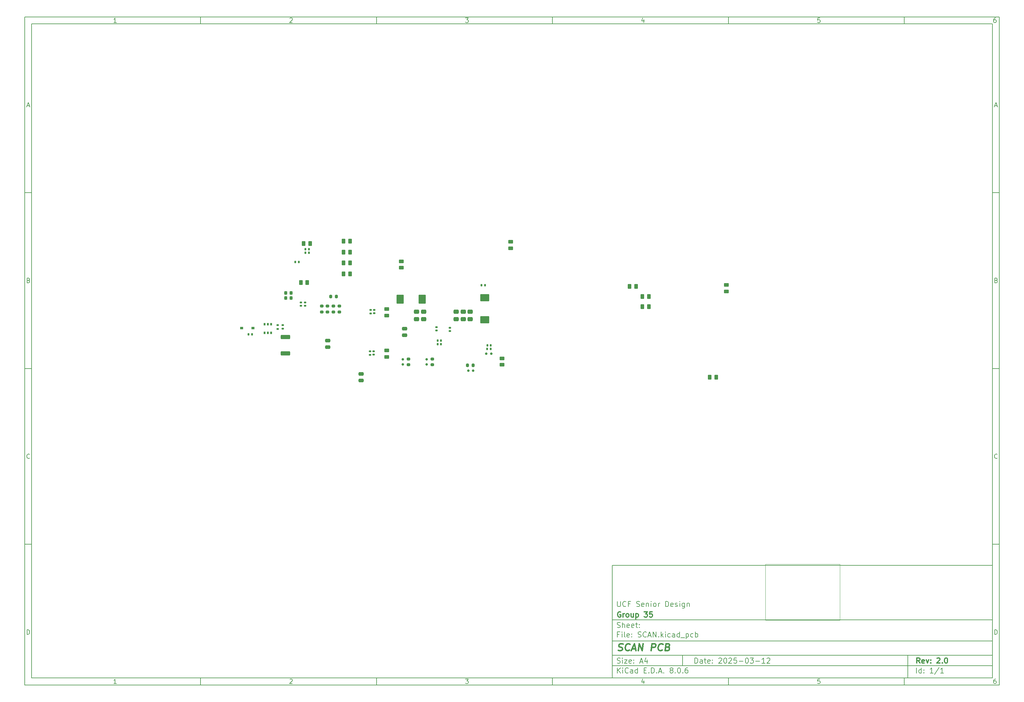
<source format=gbr>
G04 #@! TF.GenerationSoftware,KiCad,Pcbnew,8.0.6*
G04 #@! TF.CreationDate,2025-03-13T06:21:31-04:00*
G04 #@! TF.ProjectId,SCAN,5343414e-2e6b-4696-9361-645f70636258,2.0*
G04 #@! TF.SameCoordinates,Original*
G04 #@! TF.FileFunction,Paste,Bot*
G04 #@! TF.FilePolarity,Positive*
%FSLAX46Y46*%
G04 Gerber Fmt 4.6, Leading zero omitted, Abs format (unit mm)*
G04 Created by KiCad (PCBNEW 8.0.6) date 2025-03-13 06:21:31*
%MOMM*%
%LPD*%
G01*
G04 APERTURE LIST*
G04 Aperture macros list*
%AMRoundRect*
0 Rectangle with rounded corners*
0 $1 Rounding radius*
0 $2 $3 $4 $5 $6 $7 $8 $9 X,Y pos of 4 corners*
0 Add a 4 corners polygon primitive as box body*
4,1,4,$2,$3,$4,$5,$6,$7,$8,$9,$2,$3,0*
0 Add four circle primitives for the rounded corners*
1,1,$1+$1,$2,$3*
1,1,$1+$1,$4,$5*
1,1,$1+$1,$6,$7*
1,1,$1+$1,$8,$9*
0 Add four rect primitives between the rounded corners*
20,1,$1+$1,$2,$3,$4,$5,0*
20,1,$1+$1,$4,$5,$6,$7,0*
20,1,$1+$1,$6,$7,$8,$9,0*
20,1,$1+$1,$8,$9,$2,$3,0*%
G04 Aperture macros list end*
%ADD10C,0.100000*%
%ADD11C,0.150000*%
%ADD12C,0.300000*%
%ADD13C,0.400000*%
%ADD14RoundRect,0.250000X-0.262500X-0.450000X0.262500X-0.450000X0.262500X0.450000X-0.262500X0.450000X0*%
%ADD15RoundRect,0.250000X-0.450000X0.262500X-0.450000X-0.262500X0.450000X-0.262500X0.450000X0.262500X0*%
%ADD16RoundRect,0.150000X0.150000X0.200000X-0.150000X0.200000X-0.150000X-0.200000X0.150000X-0.200000X0*%
%ADD17R,0.508000X0.800100*%
%ADD18RoundRect,0.250000X0.262500X0.450000X-0.262500X0.450000X-0.262500X-0.450000X0.262500X-0.450000X0*%
%ADD19RoundRect,0.200000X0.275000X-0.200000X0.275000X0.200000X-0.275000X0.200000X-0.275000X-0.200000X0*%
%ADD20RoundRect,0.135000X0.185000X-0.135000X0.185000X0.135000X-0.185000X0.135000X-0.185000X-0.135000X0*%
%ADD21RoundRect,0.140000X0.140000X0.170000X-0.140000X0.170000X-0.140000X-0.170000X0.140000X-0.170000X0*%
%ADD22RoundRect,0.250000X0.475000X-0.337500X0.475000X0.337500X-0.475000X0.337500X-0.475000X-0.337500X0*%
%ADD23RoundRect,0.150000X-0.200000X0.150000X-0.200000X-0.150000X0.200000X-0.150000X0.200000X0.150000X0*%
%ADD24RoundRect,0.200000X-0.275000X0.200000X-0.275000X-0.200000X0.275000X-0.200000X0.275000X0.200000X0*%
%ADD25RoundRect,0.250000X-0.475000X0.250000X-0.475000X-0.250000X0.475000X-0.250000X0.475000X0.250000X0*%
%ADD26RoundRect,0.135000X-0.185000X0.135000X-0.185000X-0.135000X0.185000X-0.135000X0.185000X0.135000X0*%
%ADD27RoundRect,0.140000X-0.140000X-0.170000X0.140000X-0.170000X0.140000X0.170000X-0.140000X0.170000X0*%
%ADD28RoundRect,0.225000X-0.225000X-0.250000X0.225000X-0.250000X0.225000X0.250000X-0.225000X0.250000X0*%
%ADD29RoundRect,0.200000X-0.200000X-0.275000X0.200000X-0.275000X0.200000X0.275000X-0.200000X0.275000X0*%
%ADD30RoundRect,0.250000X1.025000X-0.787500X1.025000X0.787500X-1.025000X0.787500X-1.025000X-0.787500X0*%
%ADD31RoundRect,0.135000X0.135000X0.185000X-0.135000X0.185000X-0.135000X-0.185000X0.135000X-0.185000X0*%
%ADD32RoundRect,0.140000X-0.170000X0.140000X-0.170000X-0.140000X0.170000X-0.140000X0.170000X0.140000X0*%
%ADD33RoundRect,0.140000X0.170000X-0.140000X0.170000X0.140000X-0.170000X0.140000X-0.170000X-0.140000X0*%
%ADD34RoundRect,0.135000X-0.135000X-0.185000X0.135000X-0.185000X0.135000X0.185000X-0.135000X0.185000X0*%
%ADD35RoundRect,0.250000X-0.787500X-1.025000X0.787500X-1.025000X0.787500X1.025000X-0.787500X1.025000X0*%
%ADD36RoundRect,0.200000X0.200000X0.275000X-0.200000X0.275000X-0.200000X-0.275000X0.200000X-0.275000X0*%
%ADD37RoundRect,0.250000X0.450000X-0.262500X0.450000X0.262500X-0.450000X0.262500X-0.450000X-0.262500X0*%
%ADD38RoundRect,0.250000X1.075000X-0.362500X1.075000X0.362500X-1.075000X0.362500X-1.075000X-0.362500X0*%
%ADD39R,0.820000X0.760000*%
G04 APERTURE END LIST*
D10*
X220538867Y-165653700D02*
X220538867Y-181528700D01*
X241705533Y-181528700D01*
X241705533Y-165653700D01*
X220538867Y-165653700D01*
D11*
X177002200Y-166007200D02*
X285002200Y-166007200D01*
X285002200Y-198007200D01*
X177002200Y-198007200D01*
X177002200Y-166007200D01*
D10*
D11*
X10000000Y-10000000D02*
X287002200Y-10000000D01*
X287002200Y-200007200D01*
X10000000Y-200007200D01*
X10000000Y-10000000D01*
D10*
D11*
X12000000Y-12000000D02*
X285002200Y-12000000D01*
X285002200Y-198007200D01*
X12000000Y-198007200D01*
X12000000Y-12000000D01*
D10*
D11*
X60000000Y-12000000D02*
X60000000Y-10000000D01*
D10*
D11*
X110000000Y-12000000D02*
X110000000Y-10000000D01*
D10*
D11*
X160000000Y-12000000D02*
X160000000Y-10000000D01*
D10*
D11*
X210000000Y-12000000D02*
X210000000Y-10000000D01*
D10*
D11*
X260000000Y-12000000D02*
X260000000Y-10000000D01*
D10*
D11*
X36089160Y-11593604D02*
X35346303Y-11593604D01*
X35717731Y-11593604D02*
X35717731Y-10293604D01*
X35717731Y-10293604D02*
X35593922Y-10479319D01*
X35593922Y-10479319D02*
X35470112Y-10603128D01*
X35470112Y-10603128D02*
X35346303Y-10665033D01*
D10*
D11*
X85346303Y-10417414D02*
X85408207Y-10355509D01*
X85408207Y-10355509D02*
X85532017Y-10293604D01*
X85532017Y-10293604D02*
X85841541Y-10293604D01*
X85841541Y-10293604D02*
X85965350Y-10355509D01*
X85965350Y-10355509D02*
X86027255Y-10417414D01*
X86027255Y-10417414D02*
X86089160Y-10541223D01*
X86089160Y-10541223D02*
X86089160Y-10665033D01*
X86089160Y-10665033D02*
X86027255Y-10850747D01*
X86027255Y-10850747D02*
X85284398Y-11593604D01*
X85284398Y-11593604D02*
X86089160Y-11593604D01*
D10*
D11*
X135284398Y-10293604D02*
X136089160Y-10293604D01*
X136089160Y-10293604D02*
X135655826Y-10788842D01*
X135655826Y-10788842D02*
X135841541Y-10788842D01*
X135841541Y-10788842D02*
X135965350Y-10850747D01*
X135965350Y-10850747D02*
X136027255Y-10912652D01*
X136027255Y-10912652D02*
X136089160Y-11036461D01*
X136089160Y-11036461D02*
X136089160Y-11345985D01*
X136089160Y-11345985D02*
X136027255Y-11469795D01*
X136027255Y-11469795D02*
X135965350Y-11531700D01*
X135965350Y-11531700D02*
X135841541Y-11593604D01*
X135841541Y-11593604D02*
X135470112Y-11593604D01*
X135470112Y-11593604D02*
X135346303Y-11531700D01*
X135346303Y-11531700D02*
X135284398Y-11469795D01*
D10*
D11*
X185965350Y-10726938D02*
X185965350Y-11593604D01*
X185655826Y-10231700D02*
X185346303Y-11160271D01*
X185346303Y-11160271D02*
X186151064Y-11160271D01*
D10*
D11*
X236027255Y-10293604D02*
X235408207Y-10293604D01*
X235408207Y-10293604D02*
X235346303Y-10912652D01*
X235346303Y-10912652D02*
X235408207Y-10850747D01*
X235408207Y-10850747D02*
X235532017Y-10788842D01*
X235532017Y-10788842D02*
X235841541Y-10788842D01*
X235841541Y-10788842D02*
X235965350Y-10850747D01*
X235965350Y-10850747D02*
X236027255Y-10912652D01*
X236027255Y-10912652D02*
X236089160Y-11036461D01*
X236089160Y-11036461D02*
X236089160Y-11345985D01*
X236089160Y-11345985D02*
X236027255Y-11469795D01*
X236027255Y-11469795D02*
X235965350Y-11531700D01*
X235965350Y-11531700D02*
X235841541Y-11593604D01*
X235841541Y-11593604D02*
X235532017Y-11593604D01*
X235532017Y-11593604D02*
X235408207Y-11531700D01*
X235408207Y-11531700D02*
X235346303Y-11469795D01*
D10*
D11*
X285965350Y-10293604D02*
X285717731Y-10293604D01*
X285717731Y-10293604D02*
X285593922Y-10355509D01*
X285593922Y-10355509D02*
X285532017Y-10417414D01*
X285532017Y-10417414D02*
X285408207Y-10603128D01*
X285408207Y-10603128D02*
X285346303Y-10850747D01*
X285346303Y-10850747D02*
X285346303Y-11345985D01*
X285346303Y-11345985D02*
X285408207Y-11469795D01*
X285408207Y-11469795D02*
X285470112Y-11531700D01*
X285470112Y-11531700D02*
X285593922Y-11593604D01*
X285593922Y-11593604D02*
X285841541Y-11593604D01*
X285841541Y-11593604D02*
X285965350Y-11531700D01*
X285965350Y-11531700D02*
X286027255Y-11469795D01*
X286027255Y-11469795D02*
X286089160Y-11345985D01*
X286089160Y-11345985D02*
X286089160Y-11036461D01*
X286089160Y-11036461D02*
X286027255Y-10912652D01*
X286027255Y-10912652D02*
X285965350Y-10850747D01*
X285965350Y-10850747D02*
X285841541Y-10788842D01*
X285841541Y-10788842D02*
X285593922Y-10788842D01*
X285593922Y-10788842D02*
X285470112Y-10850747D01*
X285470112Y-10850747D02*
X285408207Y-10912652D01*
X285408207Y-10912652D02*
X285346303Y-11036461D01*
D10*
D11*
X60000000Y-198007200D02*
X60000000Y-200007200D01*
D10*
D11*
X110000000Y-198007200D02*
X110000000Y-200007200D01*
D10*
D11*
X160000000Y-198007200D02*
X160000000Y-200007200D01*
D10*
D11*
X210000000Y-198007200D02*
X210000000Y-200007200D01*
D10*
D11*
X260000000Y-198007200D02*
X260000000Y-200007200D01*
D10*
D11*
X36089160Y-199600804D02*
X35346303Y-199600804D01*
X35717731Y-199600804D02*
X35717731Y-198300804D01*
X35717731Y-198300804D02*
X35593922Y-198486519D01*
X35593922Y-198486519D02*
X35470112Y-198610328D01*
X35470112Y-198610328D02*
X35346303Y-198672233D01*
D10*
D11*
X85346303Y-198424614D02*
X85408207Y-198362709D01*
X85408207Y-198362709D02*
X85532017Y-198300804D01*
X85532017Y-198300804D02*
X85841541Y-198300804D01*
X85841541Y-198300804D02*
X85965350Y-198362709D01*
X85965350Y-198362709D02*
X86027255Y-198424614D01*
X86027255Y-198424614D02*
X86089160Y-198548423D01*
X86089160Y-198548423D02*
X86089160Y-198672233D01*
X86089160Y-198672233D02*
X86027255Y-198857947D01*
X86027255Y-198857947D02*
X85284398Y-199600804D01*
X85284398Y-199600804D02*
X86089160Y-199600804D01*
D10*
D11*
X135284398Y-198300804D02*
X136089160Y-198300804D01*
X136089160Y-198300804D02*
X135655826Y-198796042D01*
X135655826Y-198796042D02*
X135841541Y-198796042D01*
X135841541Y-198796042D02*
X135965350Y-198857947D01*
X135965350Y-198857947D02*
X136027255Y-198919852D01*
X136027255Y-198919852D02*
X136089160Y-199043661D01*
X136089160Y-199043661D02*
X136089160Y-199353185D01*
X136089160Y-199353185D02*
X136027255Y-199476995D01*
X136027255Y-199476995D02*
X135965350Y-199538900D01*
X135965350Y-199538900D02*
X135841541Y-199600804D01*
X135841541Y-199600804D02*
X135470112Y-199600804D01*
X135470112Y-199600804D02*
X135346303Y-199538900D01*
X135346303Y-199538900D02*
X135284398Y-199476995D01*
D10*
D11*
X185965350Y-198734138D02*
X185965350Y-199600804D01*
X185655826Y-198238900D02*
X185346303Y-199167471D01*
X185346303Y-199167471D02*
X186151064Y-199167471D01*
D10*
D11*
X236027255Y-198300804D02*
X235408207Y-198300804D01*
X235408207Y-198300804D02*
X235346303Y-198919852D01*
X235346303Y-198919852D02*
X235408207Y-198857947D01*
X235408207Y-198857947D02*
X235532017Y-198796042D01*
X235532017Y-198796042D02*
X235841541Y-198796042D01*
X235841541Y-198796042D02*
X235965350Y-198857947D01*
X235965350Y-198857947D02*
X236027255Y-198919852D01*
X236027255Y-198919852D02*
X236089160Y-199043661D01*
X236089160Y-199043661D02*
X236089160Y-199353185D01*
X236089160Y-199353185D02*
X236027255Y-199476995D01*
X236027255Y-199476995D02*
X235965350Y-199538900D01*
X235965350Y-199538900D02*
X235841541Y-199600804D01*
X235841541Y-199600804D02*
X235532017Y-199600804D01*
X235532017Y-199600804D02*
X235408207Y-199538900D01*
X235408207Y-199538900D02*
X235346303Y-199476995D01*
D10*
D11*
X285965350Y-198300804D02*
X285717731Y-198300804D01*
X285717731Y-198300804D02*
X285593922Y-198362709D01*
X285593922Y-198362709D02*
X285532017Y-198424614D01*
X285532017Y-198424614D02*
X285408207Y-198610328D01*
X285408207Y-198610328D02*
X285346303Y-198857947D01*
X285346303Y-198857947D02*
X285346303Y-199353185D01*
X285346303Y-199353185D02*
X285408207Y-199476995D01*
X285408207Y-199476995D02*
X285470112Y-199538900D01*
X285470112Y-199538900D02*
X285593922Y-199600804D01*
X285593922Y-199600804D02*
X285841541Y-199600804D01*
X285841541Y-199600804D02*
X285965350Y-199538900D01*
X285965350Y-199538900D02*
X286027255Y-199476995D01*
X286027255Y-199476995D02*
X286089160Y-199353185D01*
X286089160Y-199353185D02*
X286089160Y-199043661D01*
X286089160Y-199043661D02*
X286027255Y-198919852D01*
X286027255Y-198919852D02*
X285965350Y-198857947D01*
X285965350Y-198857947D02*
X285841541Y-198796042D01*
X285841541Y-198796042D02*
X285593922Y-198796042D01*
X285593922Y-198796042D02*
X285470112Y-198857947D01*
X285470112Y-198857947D02*
X285408207Y-198919852D01*
X285408207Y-198919852D02*
X285346303Y-199043661D01*
D10*
D11*
X10000000Y-60000000D02*
X12000000Y-60000000D01*
D10*
D11*
X10000000Y-110000000D02*
X12000000Y-110000000D01*
D10*
D11*
X10000000Y-160000000D02*
X12000000Y-160000000D01*
D10*
D11*
X10690476Y-35222176D02*
X11309523Y-35222176D01*
X10566666Y-35593604D02*
X10999999Y-34293604D01*
X10999999Y-34293604D02*
X11433333Y-35593604D01*
D10*
D11*
X11092857Y-84912652D02*
X11278571Y-84974557D01*
X11278571Y-84974557D02*
X11340476Y-85036461D01*
X11340476Y-85036461D02*
X11402380Y-85160271D01*
X11402380Y-85160271D02*
X11402380Y-85345985D01*
X11402380Y-85345985D02*
X11340476Y-85469795D01*
X11340476Y-85469795D02*
X11278571Y-85531700D01*
X11278571Y-85531700D02*
X11154761Y-85593604D01*
X11154761Y-85593604D02*
X10659523Y-85593604D01*
X10659523Y-85593604D02*
X10659523Y-84293604D01*
X10659523Y-84293604D02*
X11092857Y-84293604D01*
X11092857Y-84293604D02*
X11216666Y-84355509D01*
X11216666Y-84355509D02*
X11278571Y-84417414D01*
X11278571Y-84417414D02*
X11340476Y-84541223D01*
X11340476Y-84541223D02*
X11340476Y-84665033D01*
X11340476Y-84665033D02*
X11278571Y-84788842D01*
X11278571Y-84788842D02*
X11216666Y-84850747D01*
X11216666Y-84850747D02*
X11092857Y-84912652D01*
X11092857Y-84912652D02*
X10659523Y-84912652D01*
D10*
D11*
X11402380Y-135469795D02*
X11340476Y-135531700D01*
X11340476Y-135531700D02*
X11154761Y-135593604D01*
X11154761Y-135593604D02*
X11030952Y-135593604D01*
X11030952Y-135593604D02*
X10845238Y-135531700D01*
X10845238Y-135531700D02*
X10721428Y-135407890D01*
X10721428Y-135407890D02*
X10659523Y-135284080D01*
X10659523Y-135284080D02*
X10597619Y-135036461D01*
X10597619Y-135036461D02*
X10597619Y-134850747D01*
X10597619Y-134850747D02*
X10659523Y-134603128D01*
X10659523Y-134603128D02*
X10721428Y-134479319D01*
X10721428Y-134479319D02*
X10845238Y-134355509D01*
X10845238Y-134355509D02*
X11030952Y-134293604D01*
X11030952Y-134293604D02*
X11154761Y-134293604D01*
X11154761Y-134293604D02*
X11340476Y-134355509D01*
X11340476Y-134355509D02*
X11402380Y-134417414D01*
D10*
D11*
X10659523Y-185593604D02*
X10659523Y-184293604D01*
X10659523Y-184293604D02*
X10969047Y-184293604D01*
X10969047Y-184293604D02*
X11154761Y-184355509D01*
X11154761Y-184355509D02*
X11278571Y-184479319D01*
X11278571Y-184479319D02*
X11340476Y-184603128D01*
X11340476Y-184603128D02*
X11402380Y-184850747D01*
X11402380Y-184850747D02*
X11402380Y-185036461D01*
X11402380Y-185036461D02*
X11340476Y-185284080D01*
X11340476Y-185284080D02*
X11278571Y-185407890D01*
X11278571Y-185407890D02*
X11154761Y-185531700D01*
X11154761Y-185531700D02*
X10969047Y-185593604D01*
X10969047Y-185593604D02*
X10659523Y-185593604D01*
D10*
D11*
X287002200Y-60000000D02*
X285002200Y-60000000D01*
D10*
D11*
X287002200Y-110000000D02*
X285002200Y-110000000D01*
D10*
D11*
X287002200Y-160000000D02*
X285002200Y-160000000D01*
D10*
D11*
X285692676Y-35222176D02*
X286311723Y-35222176D01*
X285568866Y-35593604D02*
X286002199Y-34293604D01*
X286002199Y-34293604D02*
X286435533Y-35593604D01*
D10*
D11*
X286095057Y-84912652D02*
X286280771Y-84974557D01*
X286280771Y-84974557D02*
X286342676Y-85036461D01*
X286342676Y-85036461D02*
X286404580Y-85160271D01*
X286404580Y-85160271D02*
X286404580Y-85345985D01*
X286404580Y-85345985D02*
X286342676Y-85469795D01*
X286342676Y-85469795D02*
X286280771Y-85531700D01*
X286280771Y-85531700D02*
X286156961Y-85593604D01*
X286156961Y-85593604D02*
X285661723Y-85593604D01*
X285661723Y-85593604D02*
X285661723Y-84293604D01*
X285661723Y-84293604D02*
X286095057Y-84293604D01*
X286095057Y-84293604D02*
X286218866Y-84355509D01*
X286218866Y-84355509D02*
X286280771Y-84417414D01*
X286280771Y-84417414D02*
X286342676Y-84541223D01*
X286342676Y-84541223D02*
X286342676Y-84665033D01*
X286342676Y-84665033D02*
X286280771Y-84788842D01*
X286280771Y-84788842D02*
X286218866Y-84850747D01*
X286218866Y-84850747D02*
X286095057Y-84912652D01*
X286095057Y-84912652D02*
X285661723Y-84912652D01*
D10*
D11*
X286404580Y-135469795D02*
X286342676Y-135531700D01*
X286342676Y-135531700D02*
X286156961Y-135593604D01*
X286156961Y-135593604D02*
X286033152Y-135593604D01*
X286033152Y-135593604D02*
X285847438Y-135531700D01*
X285847438Y-135531700D02*
X285723628Y-135407890D01*
X285723628Y-135407890D02*
X285661723Y-135284080D01*
X285661723Y-135284080D02*
X285599819Y-135036461D01*
X285599819Y-135036461D02*
X285599819Y-134850747D01*
X285599819Y-134850747D02*
X285661723Y-134603128D01*
X285661723Y-134603128D02*
X285723628Y-134479319D01*
X285723628Y-134479319D02*
X285847438Y-134355509D01*
X285847438Y-134355509D02*
X286033152Y-134293604D01*
X286033152Y-134293604D02*
X286156961Y-134293604D01*
X286156961Y-134293604D02*
X286342676Y-134355509D01*
X286342676Y-134355509D02*
X286404580Y-134417414D01*
D10*
D11*
X285661723Y-185593604D02*
X285661723Y-184293604D01*
X285661723Y-184293604D02*
X285971247Y-184293604D01*
X285971247Y-184293604D02*
X286156961Y-184355509D01*
X286156961Y-184355509D02*
X286280771Y-184479319D01*
X286280771Y-184479319D02*
X286342676Y-184603128D01*
X286342676Y-184603128D02*
X286404580Y-184850747D01*
X286404580Y-184850747D02*
X286404580Y-185036461D01*
X286404580Y-185036461D02*
X286342676Y-185284080D01*
X286342676Y-185284080D02*
X286280771Y-185407890D01*
X286280771Y-185407890D02*
X286156961Y-185531700D01*
X286156961Y-185531700D02*
X285971247Y-185593604D01*
X285971247Y-185593604D02*
X285661723Y-185593604D01*
D10*
D11*
X200458026Y-193793328D02*
X200458026Y-192293328D01*
X200458026Y-192293328D02*
X200815169Y-192293328D01*
X200815169Y-192293328D02*
X201029455Y-192364757D01*
X201029455Y-192364757D02*
X201172312Y-192507614D01*
X201172312Y-192507614D02*
X201243741Y-192650471D01*
X201243741Y-192650471D02*
X201315169Y-192936185D01*
X201315169Y-192936185D02*
X201315169Y-193150471D01*
X201315169Y-193150471D02*
X201243741Y-193436185D01*
X201243741Y-193436185D02*
X201172312Y-193579042D01*
X201172312Y-193579042D02*
X201029455Y-193721900D01*
X201029455Y-193721900D02*
X200815169Y-193793328D01*
X200815169Y-193793328D02*
X200458026Y-193793328D01*
X202600884Y-193793328D02*
X202600884Y-193007614D01*
X202600884Y-193007614D02*
X202529455Y-192864757D01*
X202529455Y-192864757D02*
X202386598Y-192793328D01*
X202386598Y-192793328D02*
X202100884Y-192793328D01*
X202100884Y-192793328D02*
X201958026Y-192864757D01*
X202600884Y-193721900D02*
X202458026Y-193793328D01*
X202458026Y-193793328D02*
X202100884Y-193793328D01*
X202100884Y-193793328D02*
X201958026Y-193721900D01*
X201958026Y-193721900D02*
X201886598Y-193579042D01*
X201886598Y-193579042D02*
X201886598Y-193436185D01*
X201886598Y-193436185D02*
X201958026Y-193293328D01*
X201958026Y-193293328D02*
X202100884Y-193221900D01*
X202100884Y-193221900D02*
X202458026Y-193221900D01*
X202458026Y-193221900D02*
X202600884Y-193150471D01*
X203100884Y-192793328D02*
X203672312Y-192793328D01*
X203315169Y-192293328D02*
X203315169Y-193579042D01*
X203315169Y-193579042D02*
X203386598Y-193721900D01*
X203386598Y-193721900D02*
X203529455Y-193793328D01*
X203529455Y-193793328D02*
X203672312Y-193793328D01*
X204743741Y-193721900D02*
X204600884Y-193793328D01*
X204600884Y-193793328D02*
X204315170Y-193793328D01*
X204315170Y-193793328D02*
X204172312Y-193721900D01*
X204172312Y-193721900D02*
X204100884Y-193579042D01*
X204100884Y-193579042D02*
X204100884Y-193007614D01*
X204100884Y-193007614D02*
X204172312Y-192864757D01*
X204172312Y-192864757D02*
X204315170Y-192793328D01*
X204315170Y-192793328D02*
X204600884Y-192793328D01*
X204600884Y-192793328D02*
X204743741Y-192864757D01*
X204743741Y-192864757D02*
X204815170Y-193007614D01*
X204815170Y-193007614D02*
X204815170Y-193150471D01*
X204815170Y-193150471D02*
X204100884Y-193293328D01*
X205458026Y-193650471D02*
X205529455Y-193721900D01*
X205529455Y-193721900D02*
X205458026Y-193793328D01*
X205458026Y-193793328D02*
X205386598Y-193721900D01*
X205386598Y-193721900D02*
X205458026Y-193650471D01*
X205458026Y-193650471D02*
X205458026Y-193793328D01*
X205458026Y-192864757D02*
X205529455Y-192936185D01*
X205529455Y-192936185D02*
X205458026Y-193007614D01*
X205458026Y-193007614D02*
X205386598Y-192936185D01*
X205386598Y-192936185D02*
X205458026Y-192864757D01*
X205458026Y-192864757D02*
X205458026Y-193007614D01*
X207243741Y-192436185D02*
X207315169Y-192364757D01*
X207315169Y-192364757D02*
X207458027Y-192293328D01*
X207458027Y-192293328D02*
X207815169Y-192293328D01*
X207815169Y-192293328D02*
X207958027Y-192364757D01*
X207958027Y-192364757D02*
X208029455Y-192436185D01*
X208029455Y-192436185D02*
X208100884Y-192579042D01*
X208100884Y-192579042D02*
X208100884Y-192721900D01*
X208100884Y-192721900D02*
X208029455Y-192936185D01*
X208029455Y-192936185D02*
X207172312Y-193793328D01*
X207172312Y-193793328D02*
X208100884Y-193793328D01*
X209029455Y-192293328D02*
X209172312Y-192293328D01*
X209172312Y-192293328D02*
X209315169Y-192364757D01*
X209315169Y-192364757D02*
X209386598Y-192436185D01*
X209386598Y-192436185D02*
X209458026Y-192579042D01*
X209458026Y-192579042D02*
X209529455Y-192864757D01*
X209529455Y-192864757D02*
X209529455Y-193221900D01*
X209529455Y-193221900D02*
X209458026Y-193507614D01*
X209458026Y-193507614D02*
X209386598Y-193650471D01*
X209386598Y-193650471D02*
X209315169Y-193721900D01*
X209315169Y-193721900D02*
X209172312Y-193793328D01*
X209172312Y-193793328D02*
X209029455Y-193793328D01*
X209029455Y-193793328D02*
X208886598Y-193721900D01*
X208886598Y-193721900D02*
X208815169Y-193650471D01*
X208815169Y-193650471D02*
X208743740Y-193507614D01*
X208743740Y-193507614D02*
X208672312Y-193221900D01*
X208672312Y-193221900D02*
X208672312Y-192864757D01*
X208672312Y-192864757D02*
X208743740Y-192579042D01*
X208743740Y-192579042D02*
X208815169Y-192436185D01*
X208815169Y-192436185D02*
X208886598Y-192364757D01*
X208886598Y-192364757D02*
X209029455Y-192293328D01*
X210100883Y-192436185D02*
X210172311Y-192364757D01*
X210172311Y-192364757D02*
X210315169Y-192293328D01*
X210315169Y-192293328D02*
X210672311Y-192293328D01*
X210672311Y-192293328D02*
X210815169Y-192364757D01*
X210815169Y-192364757D02*
X210886597Y-192436185D01*
X210886597Y-192436185D02*
X210958026Y-192579042D01*
X210958026Y-192579042D02*
X210958026Y-192721900D01*
X210958026Y-192721900D02*
X210886597Y-192936185D01*
X210886597Y-192936185D02*
X210029454Y-193793328D01*
X210029454Y-193793328D02*
X210958026Y-193793328D01*
X212315168Y-192293328D02*
X211600882Y-192293328D01*
X211600882Y-192293328D02*
X211529454Y-193007614D01*
X211529454Y-193007614D02*
X211600882Y-192936185D01*
X211600882Y-192936185D02*
X211743740Y-192864757D01*
X211743740Y-192864757D02*
X212100882Y-192864757D01*
X212100882Y-192864757D02*
X212243740Y-192936185D01*
X212243740Y-192936185D02*
X212315168Y-193007614D01*
X212315168Y-193007614D02*
X212386597Y-193150471D01*
X212386597Y-193150471D02*
X212386597Y-193507614D01*
X212386597Y-193507614D02*
X212315168Y-193650471D01*
X212315168Y-193650471D02*
X212243740Y-193721900D01*
X212243740Y-193721900D02*
X212100882Y-193793328D01*
X212100882Y-193793328D02*
X211743740Y-193793328D01*
X211743740Y-193793328D02*
X211600882Y-193721900D01*
X211600882Y-193721900D02*
X211529454Y-193650471D01*
X213029453Y-193221900D02*
X214172311Y-193221900D01*
X215172311Y-192293328D02*
X215315168Y-192293328D01*
X215315168Y-192293328D02*
X215458025Y-192364757D01*
X215458025Y-192364757D02*
X215529454Y-192436185D01*
X215529454Y-192436185D02*
X215600882Y-192579042D01*
X215600882Y-192579042D02*
X215672311Y-192864757D01*
X215672311Y-192864757D02*
X215672311Y-193221900D01*
X215672311Y-193221900D02*
X215600882Y-193507614D01*
X215600882Y-193507614D02*
X215529454Y-193650471D01*
X215529454Y-193650471D02*
X215458025Y-193721900D01*
X215458025Y-193721900D02*
X215315168Y-193793328D01*
X215315168Y-193793328D02*
X215172311Y-193793328D01*
X215172311Y-193793328D02*
X215029454Y-193721900D01*
X215029454Y-193721900D02*
X214958025Y-193650471D01*
X214958025Y-193650471D02*
X214886596Y-193507614D01*
X214886596Y-193507614D02*
X214815168Y-193221900D01*
X214815168Y-193221900D02*
X214815168Y-192864757D01*
X214815168Y-192864757D02*
X214886596Y-192579042D01*
X214886596Y-192579042D02*
X214958025Y-192436185D01*
X214958025Y-192436185D02*
X215029454Y-192364757D01*
X215029454Y-192364757D02*
X215172311Y-192293328D01*
X216172310Y-192293328D02*
X217100882Y-192293328D01*
X217100882Y-192293328D02*
X216600882Y-192864757D01*
X216600882Y-192864757D02*
X216815167Y-192864757D01*
X216815167Y-192864757D02*
X216958025Y-192936185D01*
X216958025Y-192936185D02*
X217029453Y-193007614D01*
X217029453Y-193007614D02*
X217100882Y-193150471D01*
X217100882Y-193150471D02*
X217100882Y-193507614D01*
X217100882Y-193507614D02*
X217029453Y-193650471D01*
X217029453Y-193650471D02*
X216958025Y-193721900D01*
X216958025Y-193721900D02*
X216815167Y-193793328D01*
X216815167Y-193793328D02*
X216386596Y-193793328D01*
X216386596Y-193793328D02*
X216243739Y-193721900D01*
X216243739Y-193721900D02*
X216172310Y-193650471D01*
X217743738Y-193221900D02*
X218886596Y-193221900D01*
X220386596Y-193793328D02*
X219529453Y-193793328D01*
X219958024Y-193793328D02*
X219958024Y-192293328D01*
X219958024Y-192293328D02*
X219815167Y-192507614D01*
X219815167Y-192507614D02*
X219672310Y-192650471D01*
X219672310Y-192650471D02*
X219529453Y-192721900D01*
X220958024Y-192436185D02*
X221029452Y-192364757D01*
X221029452Y-192364757D02*
X221172310Y-192293328D01*
X221172310Y-192293328D02*
X221529452Y-192293328D01*
X221529452Y-192293328D02*
X221672310Y-192364757D01*
X221672310Y-192364757D02*
X221743738Y-192436185D01*
X221743738Y-192436185D02*
X221815167Y-192579042D01*
X221815167Y-192579042D02*
X221815167Y-192721900D01*
X221815167Y-192721900D02*
X221743738Y-192936185D01*
X221743738Y-192936185D02*
X220886595Y-193793328D01*
X220886595Y-193793328D02*
X221815167Y-193793328D01*
D10*
D11*
X177002200Y-194507200D02*
X285002200Y-194507200D01*
D10*
D11*
X178458026Y-196593328D02*
X178458026Y-195093328D01*
X179315169Y-196593328D02*
X178672312Y-195736185D01*
X179315169Y-195093328D02*
X178458026Y-195950471D01*
X179958026Y-196593328D02*
X179958026Y-195593328D01*
X179958026Y-195093328D02*
X179886598Y-195164757D01*
X179886598Y-195164757D02*
X179958026Y-195236185D01*
X179958026Y-195236185D02*
X180029455Y-195164757D01*
X180029455Y-195164757D02*
X179958026Y-195093328D01*
X179958026Y-195093328D02*
X179958026Y-195236185D01*
X181529455Y-196450471D02*
X181458027Y-196521900D01*
X181458027Y-196521900D02*
X181243741Y-196593328D01*
X181243741Y-196593328D02*
X181100884Y-196593328D01*
X181100884Y-196593328D02*
X180886598Y-196521900D01*
X180886598Y-196521900D02*
X180743741Y-196379042D01*
X180743741Y-196379042D02*
X180672312Y-196236185D01*
X180672312Y-196236185D02*
X180600884Y-195950471D01*
X180600884Y-195950471D02*
X180600884Y-195736185D01*
X180600884Y-195736185D02*
X180672312Y-195450471D01*
X180672312Y-195450471D02*
X180743741Y-195307614D01*
X180743741Y-195307614D02*
X180886598Y-195164757D01*
X180886598Y-195164757D02*
X181100884Y-195093328D01*
X181100884Y-195093328D02*
X181243741Y-195093328D01*
X181243741Y-195093328D02*
X181458027Y-195164757D01*
X181458027Y-195164757D02*
X181529455Y-195236185D01*
X182815170Y-196593328D02*
X182815170Y-195807614D01*
X182815170Y-195807614D02*
X182743741Y-195664757D01*
X182743741Y-195664757D02*
X182600884Y-195593328D01*
X182600884Y-195593328D02*
X182315170Y-195593328D01*
X182315170Y-195593328D02*
X182172312Y-195664757D01*
X182815170Y-196521900D02*
X182672312Y-196593328D01*
X182672312Y-196593328D02*
X182315170Y-196593328D01*
X182315170Y-196593328D02*
X182172312Y-196521900D01*
X182172312Y-196521900D02*
X182100884Y-196379042D01*
X182100884Y-196379042D02*
X182100884Y-196236185D01*
X182100884Y-196236185D02*
X182172312Y-196093328D01*
X182172312Y-196093328D02*
X182315170Y-196021900D01*
X182315170Y-196021900D02*
X182672312Y-196021900D01*
X182672312Y-196021900D02*
X182815170Y-195950471D01*
X184172313Y-196593328D02*
X184172313Y-195093328D01*
X184172313Y-196521900D02*
X184029455Y-196593328D01*
X184029455Y-196593328D02*
X183743741Y-196593328D01*
X183743741Y-196593328D02*
X183600884Y-196521900D01*
X183600884Y-196521900D02*
X183529455Y-196450471D01*
X183529455Y-196450471D02*
X183458027Y-196307614D01*
X183458027Y-196307614D02*
X183458027Y-195879042D01*
X183458027Y-195879042D02*
X183529455Y-195736185D01*
X183529455Y-195736185D02*
X183600884Y-195664757D01*
X183600884Y-195664757D02*
X183743741Y-195593328D01*
X183743741Y-195593328D02*
X184029455Y-195593328D01*
X184029455Y-195593328D02*
X184172313Y-195664757D01*
X186029455Y-195807614D02*
X186529455Y-195807614D01*
X186743741Y-196593328D02*
X186029455Y-196593328D01*
X186029455Y-196593328D02*
X186029455Y-195093328D01*
X186029455Y-195093328D02*
X186743741Y-195093328D01*
X187386598Y-196450471D02*
X187458027Y-196521900D01*
X187458027Y-196521900D02*
X187386598Y-196593328D01*
X187386598Y-196593328D02*
X187315170Y-196521900D01*
X187315170Y-196521900D02*
X187386598Y-196450471D01*
X187386598Y-196450471D02*
X187386598Y-196593328D01*
X188100884Y-196593328D02*
X188100884Y-195093328D01*
X188100884Y-195093328D02*
X188458027Y-195093328D01*
X188458027Y-195093328D02*
X188672313Y-195164757D01*
X188672313Y-195164757D02*
X188815170Y-195307614D01*
X188815170Y-195307614D02*
X188886599Y-195450471D01*
X188886599Y-195450471D02*
X188958027Y-195736185D01*
X188958027Y-195736185D02*
X188958027Y-195950471D01*
X188958027Y-195950471D02*
X188886599Y-196236185D01*
X188886599Y-196236185D02*
X188815170Y-196379042D01*
X188815170Y-196379042D02*
X188672313Y-196521900D01*
X188672313Y-196521900D02*
X188458027Y-196593328D01*
X188458027Y-196593328D02*
X188100884Y-196593328D01*
X189600884Y-196450471D02*
X189672313Y-196521900D01*
X189672313Y-196521900D02*
X189600884Y-196593328D01*
X189600884Y-196593328D02*
X189529456Y-196521900D01*
X189529456Y-196521900D02*
X189600884Y-196450471D01*
X189600884Y-196450471D02*
X189600884Y-196593328D01*
X190243742Y-196164757D02*
X190958028Y-196164757D01*
X190100885Y-196593328D02*
X190600885Y-195093328D01*
X190600885Y-195093328D02*
X191100885Y-196593328D01*
X191600884Y-196450471D02*
X191672313Y-196521900D01*
X191672313Y-196521900D02*
X191600884Y-196593328D01*
X191600884Y-196593328D02*
X191529456Y-196521900D01*
X191529456Y-196521900D02*
X191600884Y-196450471D01*
X191600884Y-196450471D02*
X191600884Y-196593328D01*
X193672313Y-195736185D02*
X193529456Y-195664757D01*
X193529456Y-195664757D02*
X193458027Y-195593328D01*
X193458027Y-195593328D02*
X193386599Y-195450471D01*
X193386599Y-195450471D02*
X193386599Y-195379042D01*
X193386599Y-195379042D02*
X193458027Y-195236185D01*
X193458027Y-195236185D02*
X193529456Y-195164757D01*
X193529456Y-195164757D02*
X193672313Y-195093328D01*
X193672313Y-195093328D02*
X193958027Y-195093328D01*
X193958027Y-195093328D02*
X194100885Y-195164757D01*
X194100885Y-195164757D02*
X194172313Y-195236185D01*
X194172313Y-195236185D02*
X194243742Y-195379042D01*
X194243742Y-195379042D02*
X194243742Y-195450471D01*
X194243742Y-195450471D02*
X194172313Y-195593328D01*
X194172313Y-195593328D02*
X194100885Y-195664757D01*
X194100885Y-195664757D02*
X193958027Y-195736185D01*
X193958027Y-195736185D02*
X193672313Y-195736185D01*
X193672313Y-195736185D02*
X193529456Y-195807614D01*
X193529456Y-195807614D02*
X193458027Y-195879042D01*
X193458027Y-195879042D02*
X193386599Y-196021900D01*
X193386599Y-196021900D02*
X193386599Y-196307614D01*
X193386599Y-196307614D02*
X193458027Y-196450471D01*
X193458027Y-196450471D02*
X193529456Y-196521900D01*
X193529456Y-196521900D02*
X193672313Y-196593328D01*
X193672313Y-196593328D02*
X193958027Y-196593328D01*
X193958027Y-196593328D02*
X194100885Y-196521900D01*
X194100885Y-196521900D02*
X194172313Y-196450471D01*
X194172313Y-196450471D02*
X194243742Y-196307614D01*
X194243742Y-196307614D02*
X194243742Y-196021900D01*
X194243742Y-196021900D02*
X194172313Y-195879042D01*
X194172313Y-195879042D02*
X194100885Y-195807614D01*
X194100885Y-195807614D02*
X193958027Y-195736185D01*
X194886598Y-196450471D02*
X194958027Y-196521900D01*
X194958027Y-196521900D02*
X194886598Y-196593328D01*
X194886598Y-196593328D02*
X194815170Y-196521900D01*
X194815170Y-196521900D02*
X194886598Y-196450471D01*
X194886598Y-196450471D02*
X194886598Y-196593328D01*
X195886599Y-195093328D02*
X196029456Y-195093328D01*
X196029456Y-195093328D02*
X196172313Y-195164757D01*
X196172313Y-195164757D02*
X196243742Y-195236185D01*
X196243742Y-195236185D02*
X196315170Y-195379042D01*
X196315170Y-195379042D02*
X196386599Y-195664757D01*
X196386599Y-195664757D02*
X196386599Y-196021900D01*
X196386599Y-196021900D02*
X196315170Y-196307614D01*
X196315170Y-196307614D02*
X196243742Y-196450471D01*
X196243742Y-196450471D02*
X196172313Y-196521900D01*
X196172313Y-196521900D02*
X196029456Y-196593328D01*
X196029456Y-196593328D02*
X195886599Y-196593328D01*
X195886599Y-196593328D02*
X195743742Y-196521900D01*
X195743742Y-196521900D02*
X195672313Y-196450471D01*
X195672313Y-196450471D02*
X195600884Y-196307614D01*
X195600884Y-196307614D02*
X195529456Y-196021900D01*
X195529456Y-196021900D02*
X195529456Y-195664757D01*
X195529456Y-195664757D02*
X195600884Y-195379042D01*
X195600884Y-195379042D02*
X195672313Y-195236185D01*
X195672313Y-195236185D02*
X195743742Y-195164757D01*
X195743742Y-195164757D02*
X195886599Y-195093328D01*
X197029455Y-196450471D02*
X197100884Y-196521900D01*
X197100884Y-196521900D02*
X197029455Y-196593328D01*
X197029455Y-196593328D02*
X196958027Y-196521900D01*
X196958027Y-196521900D02*
X197029455Y-196450471D01*
X197029455Y-196450471D02*
X197029455Y-196593328D01*
X198386599Y-195093328D02*
X198100884Y-195093328D01*
X198100884Y-195093328D02*
X197958027Y-195164757D01*
X197958027Y-195164757D02*
X197886599Y-195236185D01*
X197886599Y-195236185D02*
X197743741Y-195450471D01*
X197743741Y-195450471D02*
X197672313Y-195736185D01*
X197672313Y-195736185D02*
X197672313Y-196307614D01*
X197672313Y-196307614D02*
X197743741Y-196450471D01*
X197743741Y-196450471D02*
X197815170Y-196521900D01*
X197815170Y-196521900D02*
X197958027Y-196593328D01*
X197958027Y-196593328D02*
X198243741Y-196593328D01*
X198243741Y-196593328D02*
X198386599Y-196521900D01*
X198386599Y-196521900D02*
X198458027Y-196450471D01*
X198458027Y-196450471D02*
X198529456Y-196307614D01*
X198529456Y-196307614D02*
X198529456Y-195950471D01*
X198529456Y-195950471D02*
X198458027Y-195807614D01*
X198458027Y-195807614D02*
X198386599Y-195736185D01*
X198386599Y-195736185D02*
X198243741Y-195664757D01*
X198243741Y-195664757D02*
X197958027Y-195664757D01*
X197958027Y-195664757D02*
X197815170Y-195736185D01*
X197815170Y-195736185D02*
X197743741Y-195807614D01*
X197743741Y-195807614D02*
X197672313Y-195950471D01*
D10*
D11*
X177002200Y-191507200D02*
X285002200Y-191507200D01*
D10*
D12*
X264413853Y-193785528D02*
X263913853Y-193071242D01*
X263556710Y-193785528D02*
X263556710Y-192285528D01*
X263556710Y-192285528D02*
X264128139Y-192285528D01*
X264128139Y-192285528D02*
X264270996Y-192356957D01*
X264270996Y-192356957D02*
X264342425Y-192428385D01*
X264342425Y-192428385D02*
X264413853Y-192571242D01*
X264413853Y-192571242D02*
X264413853Y-192785528D01*
X264413853Y-192785528D02*
X264342425Y-192928385D01*
X264342425Y-192928385D02*
X264270996Y-192999814D01*
X264270996Y-192999814D02*
X264128139Y-193071242D01*
X264128139Y-193071242D02*
X263556710Y-193071242D01*
X265628139Y-193714100D02*
X265485282Y-193785528D01*
X265485282Y-193785528D02*
X265199568Y-193785528D01*
X265199568Y-193785528D02*
X265056710Y-193714100D01*
X265056710Y-193714100D02*
X264985282Y-193571242D01*
X264985282Y-193571242D02*
X264985282Y-192999814D01*
X264985282Y-192999814D02*
X265056710Y-192856957D01*
X265056710Y-192856957D02*
X265199568Y-192785528D01*
X265199568Y-192785528D02*
X265485282Y-192785528D01*
X265485282Y-192785528D02*
X265628139Y-192856957D01*
X265628139Y-192856957D02*
X265699568Y-192999814D01*
X265699568Y-192999814D02*
X265699568Y-193142671D01*
X265699568Y-193142671D02*
X264985282Y-193285528D01*
X266199567Y-192785528D02*
X266556710Y-193785528D01*
X266556710Y-193785528D02*
X266913853Y-192785528D01*
X267485281Y-193642671D02*
X267556710Y-193714100D01*
X267556710Y-193714100D02*
X267485281Y-193785528D01*
X267485281Y-193785528D02*
X267413853Y-193714100D01*
X267413853Y-193714100D02*
X267485281Y-193642671D01*
X267485281Y-193642671D02*
X267485281Y-193785528D01*
X267485281Y-192856957D02*
X267556710Y-192928385D01*
X267556710Y-192928385D02*
X267485281Y-192999814D01*
X267485281Y-192999814D02*
X267413853Y-192928385D01*
X267413853Y-192928385D02*
X267485281Y-192856957D01*
X267485281Y-192856957D02*
X267485281Y-192999814D01*
X269270996Y-192428385D02*
X269342424Y-192356957D01*
X269342424Y-192356957D02*
X269485282Y-192285528D01*
X269485282Y-192285528D02*
X269842424Y-192285528D01*
X269842424Y-192285528D02*
X269985282Y-192356957D01*
X269985282Y-192356957D02*
X270056710Y-192428385D01*
X270056710Y-192428385D02*
X270128139Y-192571242D01*
X270128139Y-192571242D02*
X270128139Y-192714100D01*
X270128139Y-192714100D02*
X270056710Y-192928385D01*
X270056710Y-192928385D02*
X269199567Y-193785528D01*
X269199567Y-193785528D02*
X270128139Y-193785528D01*
X270770995Y-193642671D02*
X270842424Y-193714100D01*
X270842424Y-193714100D02*
X270770995Y-193785528D01*
X270770995Y-193785528D02*
X270699567Y-193714100D01*
X270699567Y-193714100D02*
X270770995Y-193642671D01*
X270770995Y-193642671D02*
X270770995Y-193785528D01*
X271770996Y-192285528D02*
X271913853Y-192285528D01*
X271913853Y-192285528D02*
X272056710Y-192356957D01*
X272056710Y-192356957D02*
X272128139Y-192428385D01*
X272128139Y-192428385D02*
X272199567Y-192571242D01*
X272199567Y-192571242D02*
X272270996Y-192856957D01*
X272270996Y-192856957D02*
X272270996Y-193214100D01*
X272270996Y-193214100D02*
X272199567Y-193499814D01*
X272199567Y-193499814D02*
X272128139Y-193642671D01*
X272128139Y-193642671D02*
X272056710Y-193714100D01*
X272056710Y-193714100D02*
X271913853Y-193785528D01*
X271913853Y-193785528D02*
X271770996Y-193785528D01*
X271770996Y-193785528D02*
X271628139Y-193714100D01*
X271628139Y-193714100D02*
X271556710Y-193642671D01*
X271556710Y-193642671D02*
X271485281Y-193499814D01*
X271485281Y-193499814D02*
X271413853Y-193214100D01*
X271413853Y-193214100D02*
X271413853Y-192856957D01*
X271413853Y-192856957D02*
X271485281Y-192571242D01*
X271485281Y-192571242D02*
X271556710Y-192428385D01*
X271556710Y-192428385D02*
X271628139Y-192356957D01*
X271628139Y-192356957D02*
X271770996Y-192285528D01*
D10*
D11*
X178386598Y-193721900D02*
X178600884Y-193793328D01*
X178600884Y-193793328D02*
X178958026Y-193793328D01*
X178958026Y-193793328D02*
X179100884Y-193721900D01*
X179100884Y-193721900D02*
X179172312Y-193650471D01*
X179172312Y-193650471D02*
X179243741Y-193507614D01*
X179243741Y-193507614D02*
X179243741Y-193364757D01*
X179243741Y-193364757D02*
X179172312Y-193221900D01*
X179172312Y-193221900D02*
X179100884Y-193150471D01*
X179100884Y-193150471D02*
X178958026Y-193079042D01*
X178958026Y-193079042D02*
X178672312Y-193007614D01*
X178672312Y-193007614D02*
X178529455Y-192936185D01*
X178529455Y-192936185D02*
X178458026Y-192864757D01*
X178458026Y-192864757D02*
X178386598Y-192721900D01*
X178386598Y-192721900D02*
X178386598Y-192579042D01*
X178386598Y-192579042D02*
X178458026Y-192436185D01*
X178458026Y-192436185D02*
X178529455Y-192364757D01*
X178529455Y-192364757D02*
X178672312Y-192293328D01*
X178672312Y-192293328D02*
X179029455Y-192293328D01*
X179029455Y-192293328D02*
X179243741Y-192364757D01*
X179886597Y-193793328D02*
X179886597Y-192793328D01*
X179886597Y-192293328D02*
X179815169Y-192364757D01*
X179815169Y-192364757D02*
X179886597Y-192436185D01*
X179886597Y-192436185D02*
X179958026Y-192364757D01*
X179958026Y-192364757D02*
X179886597Y-192293328D01*
X179886597Y-192293328D02*
X179886597Y-192436185D01*
X180458026Y-192793328D02*
X181243741Y-192793328D01*
X181243741Y-192793328D02*
X180458026Y-193793328D01*
X180458026Y-193793328D02*
X181243741Y-193793328D01*
X182386598Y-193721900D02*
X182243741Y-193793328D01*
X182243741Y-193793328D02*
X181958027Y-193793328D01*
X181958027Y-193793328D02*
X181815169Y-193721900D01*
X181815169Y-193721900D02*
X181743741Y-193579042D01*
X181743741Y-193579042D02*
X181743741Y-193007614D01*
X181743741Y-193007614D02*
X181815169Y-192864757D01*
X181815169Y-192864757D02*
X181958027Y-192793328D01*
X181958027Y-192793328D02*
X182243741Y-192793328D01*
X182243741Y-192793328D02*
X182386598Y-192864757D01*
X182386598Y-192864757D02*
X182458027Y-193007614D01*
X182458027Y-193007614D02*
X182458027Y-193150471D01*
X182458027Y-193150471D02*
X181743741Y-193293328D01*
X183100883Y-193650471D02*
X183172312Y-193721900D01*
X183172312Y-193721900D02*
X183100883Y-193793328D01*
X183100883Y-193793328D02*
X183029455Y-193721900D01*
X183029455Y-193721900D02*
X183100883Y-193650471D01*
X183100883Y-193650471D02*
X183100883Y-193793328D01*
X183100883Y-192864757D02*
X183172312Y-192936185D01*
X183172312Y-192936185D02*
X183100883Y-193007614D01*
X183100883Y-193007614D02*
X183029455Y-192936185D01*
X183029455Y-192936185D02*
X183100883Y-192864757D01*
X183100883Y-192864757D02*
X183100883Y-193007614D01*
X184886598Y-193364757D02*
X185600884Y-193364757D01*
X184743741Y-193793328D02*
X185243741Y-192293328D01*
X185243741Y-192293328D02*
X185743741Y-193793328D01*
X186886598Y-192793328D02*
X186886598Y-193793328D01*
X186529455Y-192221900D02*
X186172312Y-193293328D01*
X186172312Y-193293328D02*
X187100883Y-193293328D01*
D10*
D11*
X263458026Y-196593328D02*
X263458026Y-195093328D01*
X264815170Y-196593328D02*
X264815170Y-195093328D01*
X264815170Y-196521900D02*
X264672312Y-196593328D01*
X264672312Y-196593328D02*
X264386598Y-196593328D01*
X264386598Y-196593328D02*
X264243741Y-196521900D01*
X264243741Y-196521900D02*
X264172312Y-196450471D01*
X264172312Y-196450471D02*
X264100884Y-196307614D01*
X264100884Y-196307614D02*
X264100884Y-195879042D01*
X264100884Y-195879042D02*
X264172312Y-195736185D01*
X264172312Y-195736185D02*
X264243741Y-195664757D01*
X264243741Y-195664757D02*
X264386598Y-195593328D01*
X264386598Y-195593328D02*
X264672312Y-195593328D01*
X264672312Y-195593328D02*
X264815170Y-195664757D01*
X265529455Y-196450471D02*
X265600884Y-196521900D01*
X265600884Y-196521900D02*
X265529455Y-196593328D01*
X265529455Y-196593328D02*
X265458027Y-196521900D01*
X265458027Y-196521900D02*
X265529455Y-196450471D01*
X265529455Y-196450471D02*
X265529455Y-196593328D01*
X265529455Y-195664757D02*
X265600884Y-195736185D01*
X265600884Y-195736185D02*
X265529455Y-195807614D01*
X265529455Y-195807614D02*
X265458027Y-195736185D01*
X265458027Y-195736185D02*
X265529455Y-195664757D01*
X265529455Y-195664757D02*
X265529455Y-195807614D01*
X268172313Y-196593328D02*
X267315170Y-196593328D01*
X267743741Y-196593328D02*
X267743741Y-195093328D01*
X267743741Y-195093328D02*
X267600884Y-195307614D01*
X267600884Y-195307614D02*
X267458027Y-195450471D01*
X267458027Y-195450471D02*
X267315170Y-195521900D01*
X269886598Y-195021900D02*
X268600884Y-196950471D01*
X271172313Y-196593328D02*
X270315170Y-196593328D01*
X270743741Y-196593328D02*
X270743741Y-195093328D01*
X270743741Y-195093328D02*
X270600884Y-195307614D01*
X270600884Y-195307614D02*
X270458027Y-195450471D01*
X270458027Y-195450471D02*
X270315170Y-195521900D01*
D10*
D11*
X177002200Y-187507200D02*
X285002200Y-187507200D01*
D10*
D13*
X178646309Y-190116400D02*
X178920118Y-190211638D01*
X178920118Y-190211638D02*
X179396309Y-190211638D01*
X179396309Y-190211638D02*
X179598690Y-190116400D01*
X179598690Y-190116400D02*
X179705833Y-190021161D01*
X179705833Y-190021161D02*
X179824880Y-189830685D01*
X179824880Y-189830685D02*
X179848690Y-189640209D01*
X179848690Y-189640209D02*
X179777261Y-189449733D01*
X179777261Y-189449733D02*
X179693928Y-189354495D01*
X179693928Y-189354495D02*
X179515357Y-189259257D01*
X179515357Y-189259257D02*
X179146309Y-189164019D01*
X179146309Y-189164019D02*
X178967737Y-189068780D01*
X178967737Y-189068780D02*
X178884404Y-188973542D01*
X178884404Y-188973542D02*
X178812976Y-188783066D01*
X178812976Y-188783066D02*
X178836785Y-188592590D01*
X178836785Y-188592590D02*
X178955833Y-188402114D01*
X178955833Y-188402114D02*
X179062976Y-188306876D01*
X179062976Y-188306876D02*
X179265357Y-188211638D01*
X179265357Y-188211638D02*
X179741547Y-188211638D01*
X179741547Y-188211638D02*
X180015357Y-188306876D01*
X181801071Y-190021161D02*
X181693928Y-190116400D01*
X181693928Y-190116400D02*
X181396309Y-190211638D01*
X181396309Y-190211638D02*
X181205833Y-190211638D01*
X181205833Y-190211638D02*
X180932023Y-190116400D01*
X180932023Y-190116400D02*
X180765357Y-189925923D01*
X180765357Y-189925923D02*
X180693928Y-189735447D01*
X180693928Y-189735447D02*
X180646309Y-189354495D01*
X180646309Y-189354495D02*
X180682023Y-189068780D01*
X180682023Y-189068780D02*
X180824880Y-188687828D01*
X180824880Y-188687828D02*
X180943928Y-188497352D01*
X180943928Y-188497352D02*
X181158214Y-188306876D01*
X181158214Y-188306876D02*
X181455833Y-188211638D01*
X181455833Y-188211638D02*
X181646309Y-188211638D01*
X181646309Y-188211638D02*
X181920119Y-188306876D01*
X181920119Y-188306876D02*
X182003452Y-188402114D01*
X182610595Y-189640209D02*
X183562976Y-189640209D01*
X182348690Y-190211638D02*
X183265357Y-188211638D01*
X183265357Y-188211638D02*
X183682023Y-190211638D01*
X184348690Y-190211638D02*
X184598690Y-188211638D01*
X184598690Y-188211638D02*
X185491547Y-190211638D01*
X185491547Y-190211638D02*
X185741547Y-188211638D01*
X187967738Y-190211638D02*
X188217738Y-188211638D01*
X188217738Y-188211638D02*
X188979643Y-188211638D01*
X188979643Y-188211638D02*
X189158214Y-188306876D01*
X189158214Y-188306876D02*
X189241548Y-188402114D01*
X189241548Y-188402114D02*
X189312976Y-188592590D01*
X189312976Y-188592590D02*
X189277262Y-188878304D01*
X189277262Y-188878304D02*
X189158214Y-189068780D01*
X189158214Y-189068780D02*
X189051072Y-189164019D01*
X189051072Y-189164019D02*
X188848691Y-189259257D01*
X188848691Y-189259257D02*
X188086786Y-189259257D01*
X191134405Y-190021161D02*
X191027262Y-190116400D01*
X191027262Y-190116400D02*
X190729643Y-190211638D01*
X190729643Y-190211638D02*
X190539167Y-190211638D01*
X190539167Y-190211638D02*
X190265357Y-190116400D01*
X190265357Y-190116400D02*
X190098691Y-189925923D01*
X190098691Y-189925923D02*
X190027262Y-189735447D01*
X190027262Y-189735447D02*
X189979643Y-189354495D01*
X189979643Y-189354495D02*
X190015357Y-189068780D01*
X190015357Y-189068780D02*
X190158214Y-188687828D01*
X190158214Y-188687828D02*
X190277262Y-188497352D01*
X190277262Y-188497352D02*
X190491548Y-188306876D01*
X190491548Y-188306876D02*
X190789167Y-188211638D01*
X190789167Y-188211638D02*
X190979643Y-188211638D01*
X190979643Y-188211638D02*
X191253453Y-188306876D01*
X191253453Y-188306876D02*
X191336786Y-188402114D01*
X192765357Y-189164019D02*
X193039167Y-189259257D01*
X193039167Y-189259257D02*
X193122500Y-189354495D01*
X193122500Y-189354495D02*
X193193929Y-189544971D01*
X193193929Y-189544971D02*
X193158214Y-189830685D01*
X193158214Y-189830685D02*
X193039167Y-190021161D01*
X193039167Y-190021161D02*
X192932024Y-190116400D01*
X192932024Y-190116400D02*
X192729643Y-190211638D01*
X192729643Y-190211638D02*
X191967738Y-190211638D01*
X191967738Y-190211638D02*
X192217738Y-188211638D01*
X192217738Y-188211638D02*
X192884405Y-188211638D01*
X192884405Y-188211638D02*
X193062976Y-188306876D01*
X193062976Y-188306876D02*
X193146310Y-188402114D01*
X193146310Y-188402114D02*
X193217738Y-188592590D01*
X193217738Y-188592590D02*
X193193929Y-188783066D01*
X193193929Y-188783066D02*
X193074881Y-188973542D01*
X193074881Y-188973542D02*
X192967738Y-189068780D01*
X192967738Y-189068780D02*
X192765357Y-189164019D01*
X192765357Y-189164019D02*
X192098691Y-189164019D01*
D10*
D11*
X178958026Y-185607614D02*
X178458026Y-185607614D01*
X178458026Y-186393328D02*
X178458026Y-184893328D01*
X178458026Y-184893328D02*
X179172312Y-184893328D01*
X179743740Y-186393328D02*
X179743740Y-185393328D01*
X179743740Y-184893328D02*
X179672312Y-184964757D01*
X179672312Y-184964757D02*
X179743740Y-185036185D01*
X179743740Y-185036185D02*
X179815169Y-184964757D01*
X179815169Y-184964757D02*
X179743740Y-184893328D01*
X179743740Y-184893328D02*
X179743740Y-185036185D01*
X180672312Y-186393328D02*
X180529455Y-186321900D01*
X180529455Y-186321900D02*
X180458026Y-186179042D01*
X180458026Y-186179042D02*
X180458026Y-184893328D01*
X181815169Y-186321900D02*
X181672312Y-186393328D01*
X181672312Y-186393328D02*
X181386598Y-186393328D01*
X181386598Y-186393328D02*
X181243740Y-186321900D01*
X181243740Y-186321900D02*
X181172312Y-186179042D01*
X181172312Y-186179042D02*
X181172312Y-185607614D01*
X181172312Y-185607614D02*
X181243740Y-185464757D01*
X181243740Y-185464757D02*
X181386598Y-185393328D01*
X181386598Y-185393328D02*
X181672312Y-185393328D01*
X181672312Y-185393328D02*
X181815169Y-185464757D01*
X181815169Y-185464757D02*
X181886598Y-185607614D01*
X181886598Y-185607614D02*
X181886598Y-185750471D01*
X181886598Y-185750471D02*
X181172312Y-185893328D01*
X182529454Y-186250471D02*
X182600883Y-186321900D01*
X182600883Y-186321900D02*
X182529454Y-186393328D01*
X182529454Y-186393328D02*
X182458026Y-186321900D01*
X182458026Y-186321900D02*
X182529454Y-186250471D01*
X182529454Y-186250471D02*
X182529454Y-186393328D01*
X182529454Y-185464757D02*
X182600883Y-185536185D01*
X182600883Y-185536185D02*
X182529454Y-185607614D01*
X182529454Y-185607614D02*
X182458026Y-185536185D01*
X182458026Y-185536185D02*
X182529454Y-185464757D01*
X182529454Y-185464757D02*
X182529454Y-185607614D01*
X184315169Y-186321900D02*
X184529455Y-186393328D01*
X184529455Y-186393328D02*
X184886597Y-186393328D01*
X184886597Y-186393328D02*
X185029455Y-186321900D01*
X185029455Y-186321900D02*
X185100883Y-186250471D01*
X185100883Y-186250471D02*
X185172312Y-186107614D01*
X185172312Y-186107614D02*
X185172312Y-185964757D01*
X185172312Y-185964757D02*
X185100883Y-185821900D01*
X185100883Y-185821900D02*
X185029455Y-185750471D01*
X185029455Y-185750471D02*
X184886597Y-185679042D01*
X184886597Y-185679042D02*
X184600883Y-185607614D01*
X184600883Y-185607614D02*
X184458026Y-185536185D01*
X184458026Y-185536185D02*
X184386597Y-185464757D01*
X184386597Y-185464757D02*
X184315169Y-185321900D01*
X184315169Y-185321900D02*
X184315169Y-185179042D01*
X184315169Y-185179042D02*
X184386597Y-185036185D01*
X184386597Y-185036185D02*
X184458026Y-184964757D01*
X184458026Y-184964757D02*
X184600883Y-184893328D01*
X184600883Y-184893328D02*
X184958026Y-184893328D01*
X184958026Y-184893328D02*
X185172312Y-184964757D01*
X186672311Y-186250471D02*
X186600883Y-186321900D01*
X186600883Y-186321900D02*
X186386597Y-186393328D01*
X186386597Y-186393328D02*
X186243740Y-186393328D01*
X186243740Y-186393328D02*
X186029454Y-186321900D01*
X186029454Y-186321900D02*
X185886597Y-186179042D01*
X185886597Y-186179042D02*
X185815168Y-186036185D01*
X185815168Y-186036185D02*
X185743740Y-185750471D01*
X185743740Y-185750471D02*
X185743740Y-185536185D01*
X185743740Y-185536185D02*
X185815168Y-185250471D01*
X185815168Y-185250471D02*
X185886597Y-185107614D01*
X185886597Y-185107614D02*
X186029454Y-184964757D01*
X186029454Y-184964757D02*
X186243740Y-184893328D01*
X186243740Y-184893328D02*
X186386597Y-184893328D01*
X186386597Y-184893328D02*
X186600883Y-184964757D01*
X186600883Y-184964757D02*
X186672311Y-185036185D01*
X187243740Y-185964757D02*
X187958026Y-185964757D01*
X187100883Y-186393328D02*
X187600883Y-184893328D01*
X187600883Y-184893328D02*
X188100883Y-186393328D01*
X188600882Y-186393328D02*
X188600882Y-184893328D01*
X188600882Y-184893328D02*
X189458025Y-186393328D01*
X189458025Y-186393328D02*
X189458025Y-184893328D01*
X190172311Y-186250471D02*
X190243740Y-186321900D01*
X190243740Y-186321900D02*
X190172311Y-186393328D01*
X190172311Y-186393328D02*
X190100883Y-186321900D01*
X190100883Y-186321900D02*
X190172311Y-186250471D01*
X190172311Y-186250471D02*
X190172311Y-186393328D01*
X190886597Y-186393328D02*
X190886597Y-184893328D01*
X191029455Y-185821900D02*
X191458026Y-186393328D01*
X191458026Y-185393328D02*
X190886597Y-185964757D01*
X192100883Y-186393328D02*
X192100883Y-185393328D01*
X192100883Y-184893328D02*
X192029455Y-184964757D01*
X192029455Y-184964757D02*
X192100883Y-185036185D01*
X192100883Y-185036185D02*
X192172312Y-184964757D01*
X192172312Y-184964757D02*
X192100883Y-184893328D01*
X192100883Y-184893328D02*
X192100883Y-185036185D01*
X193458027Y-186321900D02*
X193315169Y-186393328D01*
X193315169Y-186393328D02*
X193029455Y-186393328D01*
X193029455Y-186393328D02*
X192886598Y-186321900D01*
X192886598Y-186321900D02*
X192815169Y-186250471D01*
X192815169Y-186250471D02*
X192743741Y-186107614D01*
X192743741Y-186107614D02*
X192743741Y-185679042D01*
X192743741Y-185679042D02*
X192815169Y-185536185D01*
X192815169Y-185536185D02*
X192886598Y-185464757D01*
X192886598Y-185464757D02*
X193029455Y-185393328D01*
X193029455Y-185393328D02*
X193315169Y-185393328D01*
X193315169Y-185393328D02*
X193458027Y-185464757D01*
X194743741Y-186393328D02*
X194743741Y-185607614D01*
X194743741Y-185607614D02*
X194672312Y-185464757D01*
X194672312Y-185464757D02*
X194529455Y-185393328D01*
X194529455Y-185393328D02*
X194243741Y-185393328D01*
X194243741Y-185393328D02*
X194100883Y-185464757D01*
X194743741Y-186321900D02*
X194600883Y-186393328D01*
X194600883Y-186393328D02*
X194243741Y-186393328D01*
X194243741Y-186393328D02*
X194100883Y-186321900D01*
X194100883Y-186321900D02*
X194029455Y-186179042D01*
X194029455Y-186179042D02*
X194029455Y-186036185D01*
X194029455Y-186036185D02*
X194100883Y-185893328D01*
X194100883Y-185893328D02*
X194243741Y-185821900D01*
X194243741Y-185821900D02*
X194600883Y-185821900D01*
X194600883Y-185821900D02*
X194743741Y-185750471D01*
X196100884Y-186393328D02*
X196100884Y-184893328D01*
X196100884Y-186321900D02*
X195958026Y-186393328D01*
X195958026Y-186393328D02*
X195672312Y-186393328D01*
X195672312Y-186393328D02*
X195529455Y-186321900D01*
X195529455Y-186321900D02*
X195458026Y-186250471D01*
X195458026Y-186250471D02*
X195386598Y-186107614D01*
X195386598Y-186107614D02*
X195386598Y-185679042D01*
X195386598Y-185679042D02*
X195458026Y-185536185D01*
X195458026Y-185536185D02*
X195529455Y-185464757D01*
X195529455Y-185464757D02*
X195672312Y-185393328D01*
X195672312Y-185393328D02*
X195958026Y-185393328D01*
X195958026Y-185393328D02*
X196100884Y-185464757D01*
X196458027Y-186536185D02*
X197600884Y-186536185D01*
X197958026Y-185393328D02*
X197958026Y-186893328D01*
X197958026Y-185464757D02*
X198100884Y-185393328D01*
X198100884Y-185393328D02*
X198386598Y-185393328D01*
X198386598Y-185393328D02*
X198529455Y-185464757D01*
X198529455Y-185464757D02*
X198600884Y-185536185D01*
X198600884Y-185536185D02*
X198672312Y-185679042D01*
X198672312Y-185679042D02*
X198672312Y-186107614D01*
X198672312Y-186107614D02*
X198600884Y-186250471D01*
X198600884Y-186250471D02*
X198529455Y-186321900D01*
X198529455Y-186321900D02*
X198386598Y-186393328D01*
X198386598Y-186393328D02*
X198100884Y-186393328D01*
X198100884Y-186393328D02*
X197958026Y-186321900D01*
X199958027Y-186321900D02*
X199815169Y-186393328D01*
X199815169Y-186393328D02*
X199529455Y-186393328D01*
X199529455Y-186393328D02*
X199386598Y-186321900D01*
X199386598Y-186321900D02*
X199315169Y-186250471D01*
X199315169Y-186250471D02*
X199243741Y-186107614D01*
X199243741Y-186107614D02*
X199243741Y-185679042D01*
X199243741Y-185679042D02*
X199315169Y-185536185D01*
X199315169Y-185536185D02*
X199386598Y-185464757D01*
X199386598Y-185464757D02*
X199529455Y-185393328D01*
X199529455Y-185393328D02*
X199815169Y-185393328D01*
X199815169Y-185393328D02*
X199958027Y-185464757D01*
X200600883Y-186393328D02*
X200600883Y-184893328D01*
X200600883Y-185464757D02*
X200743741Y-185393328D01*
X200743741Y-185393328D02*
X201029455Y-185393328D01*
X201029455Y-185393328D02*
X201172312Y-185464757D01*
X201172312Y-185464757D02*
X201243741Y-185536185D01*
X201243741Y-185536185D02*
X201315169Y-185679042D01*
X201315169Y-185679042D02*
X201315169Y-186107614D01*
X201315169Y-186107614D02*
X201243741Y-186250471D01*
X201243741Y-186250471D02*
X201172312Y-186321900D01*
X201172312Y-186321900D02*
X201029455Y-186393328D01*
X201029455Y-186393328D02*
X200743741Y-186393328D01*
X200743741Y-186393328D02*
X200600883Y-186321900D01*
D10*
D11*
X177002200Y-181507200D02*
X285002200Y-181507200D01*
D10*
D11*
X178386598Y-183621900D02*
X178600884Y-183693328D01*
X178600884Y-183693328D02*
X178958026Y-183693328D01*
X178958026Y-183693328D02*
X179100884Y-183621900D01*
X179100884Y-183621900D02*
X179172312Y-183550471D01*
X179172312Y-183550471D02*
X179243741Y-183407614D01*
X179243741Y-183407614D02*
X179243741Y-183264757D01*
X179243741Y-183264757D02*
X179172312Y-183121900D01*
X179172312Y-183121900D02*
X179100884Y-183050471D01*
X179100884Y-183050471D02*
X178958026Y-182979042D01*
X178958026Y-182979042D02*
X178672312Y-182907614D01*
X178672312Y-182907614D02*
X178529455Y-182836185D01*
X178529455Y-182836185D02*
X178458026Y-182764757D01*
X178458026Y-182764757D02*
X178386598Y-182621900D01*
X178386598Y-182621900D02*
X178386598Y-182479042D01*
X178386598Y-182479042D02*
X178458026Y-182336185D01*
X178458026Y-182336185D02*
X178529455Y-182264757D01*
X178529455Y-182264757D02*
X178672312Y-182193328D01*
X178672312Y-182193328D02*
X179029455Y-182193328D01*
X179029455Y-182193328D02*
X179243741Y-182264757D01*
X179886597Y-183693328D02*
X179886597Y-182193328D01*
X180529455Y-183693328D02*
X180529455Y-182907614D01*
X180529455Y-182907614D02*
X180458026Y-182764757D01*
X180458026Y-182764757D02*
X180315169Y-182693328D01*
X180315169Y-182693328D02*
X180100883Y-182693328D01*
X180100883Y-182693328D02*
X179958026Y-182764757D01*
X179958026Y-182764757D02*
X179886597Y-182836185D01*
X181815169Y-183621900D02*
X181672312Y-183693328D01*
X181672312Y-183693328D02*
X181386598Y-183693328D01*
X181386598Y-183693328D02*
X181243740Y-183621900D01*
X181243740Y-183621900D02*
X181172312Y-183479042D01*
X181172312Y-183479042D02*
X181172312Y-182907614D01*
X181172312Y-182907614D02*
X181243740Y-182764757D01*
X181243740Y-182764757D02*
X181386598Y-182693328D01*
X181386598Y-182693328D02*
X181672312Y-182693328D01*
X181672312Y-182693328D02*
X181815169Y-182764757D01*
X181815169Y-182764757D02*
X181886598Y-182907614D01*
X181886598Y-182907614D02*
X181886598Y-183050471D01*
X181886598Y-183050471D02*
X181172312Y-183193328D01*
X183100883Y-183621900D02*
X182958026Y-183693328D01*
X182958026Y-183693328D02*
X182672312Y-183693328D01*
X182672312Y-183693328D02*
X182529454Y-183621900D01*
X182529454Y-183621900D02*
X182458026Y-183479042D01*
X182458026Y-183479042D02*
X182458026Y-182907614D01*
X182458026Y-182907614D02*
X182529454Y-182764757D01*
X182529454Y-182764757D02*
X182672312Y-182693328D01*
X182672312Y-182693328D02*
X182958026Y-182693328D01*
X182958026Y-182693328D02*
X183100883Y-182764757D01*
X183100883Y-182764757D02*
X183172312Y-182907614D01*
X183172312Y-182907614D02*
X183172312Y-183050471D01*
X183172312Y-183050471D02*
X182458026Y-183193328D01*
X183600883Y-182693328D02*
X184172311Y-182693328D01*
X183815168Y-182193328D02*
X183815168Y-183479042D01*
X183815168Y-183479042D02*
X183886597Y-183621900D01*
X183886597Y-183621900D02*
X184029454Y-183693328D01*
X184029454Y-183693328D02*
X184172311Y-183693328D01*
X184672311Y-183550471D02*
X184743740Y-183621900D01*
X184743740Y-183621900D02*
X184672311Y-183693328D01*
X184672311Y-183693328D02*
X184600883Y-183621900D01*
X184600883Y-183621900D02*
X184672311Y-183550471D01*
X184672311Y-183550471D02*
X184672311Y-183693328D01*
X184672311Y-182764757D02*
X184743740Y-182836185D01*
X184743740Y-182836185D02*
X184672311Y-182907614D01*
X184672311Y-182907614D02*
X184600883Y-182836185D01*
X184600883Y-182836185D02*
X184672311Y-182764757D01*
X184672311Y-182764757D02*
X184672311Y-182907614D01*
D10*
D12*
X179342425Y-179256957D02*
X179199568Y-179185528D01*
X179199568Y-179185528D02*
X178985282Y-179185528D01*
X178985282Y-179185528D02*
X178770996Y-179256957D01*
X178770996Y-179256957D02*
X178628139Y-179399814D01*
X178628139Y-179399814D02*
X178556710Y-179542671D01*
X178556710Y-179542671D02*
X178485282Y-179828385D01*
X178485282Y-179828385D02*
X178485282Y-180042671D01*
X178485282Y-180042671D02*
X178556710Y-180328385D01*
X178556710Y-180328385D02*
X178628139Y-180471242D01*
X178628139Y-180471242D02*
X178770996Y-180614100D01*
X178770996Y-180614100D02*
X178985282Y-180685528D01*
X178985282Y-180685528D02*
X179128139Y-180685528D01*
X179128139Y-180685528D02*
X179342425Y-180614100D01*
X179342425Y-180614100D02*
X179413853Y-180542671D01*
X179413853Y-180542671D02*
X179413853Y-180042671D01*
X179413853Y-180042671D02*
X179128139Y-180042671D01*
X180056710Y-180685528D02*
X180056710Y-179685528D01*
X180056710Y-179971242D02*
X180128139Y-179828385D01*
X180128139Y-179828385D02*
X180199568Y-179756957D01*
X180199568Y-179756957D02*
X180342425Y-179685528D01*
X180342425Y-179685528D02*
X180485282Y-179685528D01*
X181199567Y-180685528D02*
X181056710Y-180614100D01*
X181056710Y-180614100D02*
X180985281Y-180542671D01*
X180985281Y-180542671D02*
X180913853Y-180399814D01*
X180913853Y-180399814D02*
X180913853Y-179971242D01*
X180913853Y-179971242D02*
X180985281Y-179828385D01*
X180985281Y-179828385D02*
X181056710Y-179756957D01*
X181056710Y-179756957D02*
X181199567Y-179685528D01*
X181199567Y-179685528D02*
X181413853Y-179685528D01*
X181413853Y-179685528D02*
X181556710Y-179756957D01*
X181556710Y-179756957D02*
X181628139Y-179828385D01*
X181628139Y-179828385D02*
X181699567Y-179971242D01*
X181699567Y-179971242D02*
X181699567Y-180399814D01*
X181699567Y-180399814D02*
X181628139Y-180542671D01*
X181628139Y-180542671D02*
X181556710Y-180614100D01*
X181556710Y-180614100D02*
X181413853Y-180685528D01*
X181413853Y-180685528D02*
X181199567Y-180685528D01*
X182985282Y-179685528D02*
X182985282Y-180685528D01*
X182342424Y-179685528D02*
X182342424Y-180471242D01*
X182342424Y-180471242D02*
X182413853Y-180614100D01*
X182413853Y-180614100D02*
X182556710Y-180685528D01*
X182556710Y-180685528D02*
X182770996Y-180685528D01*
X182770996Y-180685528D02*
X182913853Y-180614100D01*
X182913853Y-180614100D02*
X182985282Y-180542671D01*
X183699567Y-179685528D02*
X183699567Y-181185528D01*
X183699567Y-179756957D02*
X183842425Y-179685528D01*
X183842425Y-179685528D02*
X184128139Y-179685528D01*
X184128139Y-179685528D02*
X184270996Y-179756957D01*
X184270996Y-179756957D02*
X184342425Y-179828385D01*
X184342425Y-179828385D02*
X184413853Y-179971242D01*
X184413853Y-179971242D02*
X184413853Y-180399814D01*
X184413853Y-180399814D02*
X184342425Y-180542671D01*
X184342425Y-180542671D02*
X184270996Y-180614100D01*
X184270996Y-180614100D02*
X184128139Y-180685528D01*
X184128139Y-180685528D02*
X183842425Y-180685528D01*
X183842425Y-180685528D02*
X183699567Y-180614100D01*
X186056710Y-179185528D02*
X186985282Y-179185528D01*
X186985282Y-179185528D02*
X186485282Y-179756957D01*
X186485282Y-179756957D02*
X186699567Y-179756957D01*
X186699567Y-179756957D02*
X186842425Y-179828385D01*
X186842425Y-179828385D02*
X186913853Y-179899814D01*
X186913853Y-179899814D02*
X186985282Y-180042671D01*
X186985282Y-180042671D02*
X186985282Y-180399814D01*
X186985282Y-180399814D02*
X186913853Y-180542671D01*
X186913853Y-180542671D02*
X186842425Y-180614100D01*
X186842425Y-180614100D02*
X186699567Y-180685528D01*
X186699567Y-180685528D02*
X186270996Y-180685528D01*
X186270996Y-180685528D02*
X186128139Y-180614100D01*
X186128139Y-180614100D02*
X186056710Y-180542671D01*
X188342424Y-179185528D02*
X187628138Y-179185528D01*
X187628138Y-179185528D02*
X187556710Y-179899814D01*
X187556710Y-179899814D02*
X187628138Y-179828385D01*
X187628138Y-179828385D02*
X187770996Y-179756957D01*
X187770996Y-179756957D02*
X188128138Y-179756957D01*
X188128138Y-179756957D02*
X188270996Y-179828385D01*
X188270996Y-179828385D02*
X188342424Y-179899814D01*
X188342424Y-179899814D02*
X188413853Y-180042671D01*
X188413853Y-180042671D02*
X188413853Y-180399814D01*
X188413853Y-180399814D02*
X188342424Y-180542671D01*
X188342424Y-180542671D02*
X188270996Y-180614100D01*
X188270996Y-180614100D02*
X188128138Y-180685528D01*
X188128138Y-180685528D02*
X187770996Y-180685528D01*
X187770996Y-180685528D02*
X187628138Y-180614100D01*
X187628138Y-180614100D02*
X187556710Y-180542671D01*
D10*
D11*
X178458026Y-176193328D02*
X178458026Y-177407614D01*
X178458026Y-177407614D02*
X178529455Y-177550471D01*
X178529455Y-177550471D02*
X178600884Y-177621900D01*
X178600884Y-177621900D02*
X178743741Y-177693328D01*
X178743741Y-177693328D02*
X179029455Y-177693328D01*
X179029455Y-177693328D02*
X179172312Y-177621900D01*
X179172312Y-177621900D02*
X179243741Y-177550471D01*
X179243741Y-177550471D02*
X179315169Y-177407614D01*
X179315169Y-177407614D02*
X179315169Y-176193328D01*
X180886598Y-177550471D02*
X180815170Y-177621900D01*
X180815170Y-177621900D02*
X180600884Y-177693328D01*
X180600884Y-177693328D02*
X180458027Y-177693328D01*
X180458027Y-177693328D02*
X180243741Y-177621900D01*
X180243741Y-177621900D02*
X180100884Y-177479042D01*
X180100884Y-177479042D02*
X180029455Y-177336185D01*
X180029455Y-177336185D02*
X179958027Y-177050471D01*
X179958027Y-177050471D02*
X179958027Y-176836185D01*
X179958027Y-176836185D02*
X180029455Y-176550471D01*
X180029455Y-176550471D02*
X180100884Y-176407614D01*
X180100884Y-176407614D02*
X180243741Y-176264757D01*
X180243741Y-176264757D02*
X180458027Y-176193328D01*
X180458027Y-176193328D02*
X180600884Y-176193328D01*
X180600884Y-176193328D02*
X180815170Y-176264757D01*
X180815170Y-176264757D02*
X180886598Y-176336185D01*
X182029455Y-176907614D02*
X181529455Y-176907614D01*
X181529455Y-177693328D02*
X181529455Y-176193328D01*
X181529455Y-176193328D02*
X182243741Y-176193328D01*
X183886598Y-177621900D02*
X184100884Y-177693328D01*
X184100884Y-177693328D02*
X184458026Y-177693328D01*
X184458026Y-177693328D02*
X184600884Y-177621900D01*
X184600884Y-177621900D02*
X184672312Y-177550471D01*
X184672312Y-177550471D02*
X184743741Y-177407614D01*
X184743741Y-177407614D02*
X184743741Y-177264757D01*
X184743741Y-177264757D02*
X184672312Y-177121900D01*
X184672312Y-177121900D02*
X184600884Y-177050471D01*
X184600884Y-177050471D02*
X184458026Y-176979042D01*
X184458026Y-176979042D02*
X184172312Y-176907614D01*
X184172312Y-176907614D02*
X184029455Y-176836185D01*
X184029455Y-176836185D02*
X183958026Y-176764757D01*
X183958026Y-176764757D02*
X183886598Y-176621900D01*
X183886598Y-176621900D02*
X183886598Y-176479042D01*
X183886598Y-176479042D02*
X183958026Y-176336185D01*
X183958026Y-176336185D02*
X184029455Y-176264757D01*
X184029455Y-176264757D02*
X184172312Y-176193328D01*
X184172312Y-176193328D02*
X184529455Y-176193328D01*
X184529455Y-176193328D02*
X184743741Y-176264757D01*
X185958026Y-177621900D02*
X185815169Y-177693328D01*
X185815169Y-177693328D02*
X185529455Y-177693328D01*
X185529455Y-177693328D02*
X185386597Y-177621900D01*
X185386597Y-177621900D02*
X185315169Y-177479042D01*
X185315169Y-177479042D02*
X185315169Y-176907614D01*
X185315169Y-176907614D02*
X185386597Y-176764757D01*
X185386597Y-176764757D02*
X185529455Y-176693328D01*
X185529455Y-176693328D02*
X185815169Y-176693328D01*
X185815169Y-176693328D02*
X185958026Y-176764757D01*
X185958026Y-176764757D02*
X186029455Y-176907614D01*
X186029455Y-176907614D02*
X186029455Y-177050471D01*
X186029455Y-177050471D02*
X185315169Y-177193328D01*
X186672311Y-176693328D02*
X186672311Y-177693328D01*
X186672311Y-176836185D02*
X186743740Y-176764757D01*
X186743740Y-176764757D02*
X186886597Y-176693328D01*
X186886597Y-176693328D02*
X187100883Y-176693328D01*
X187100883Y-176693328D02*
X187243740Y-176764757D01*
X187243740Y-176764757D02*
X187315169Y-176907614D01*
X187315169Y-176907614D02*
X187315169Y-177693328D01*
X188029454Y-177693328D02*
X188029454Y-176693328D01*
X188029454Y-176193328D02*
X187958026Y-176264757D01*
X187958026Y-176264757D02*
X188029454Y-176336185D01*
X188029454Y-176336185D02*
X188100883Y-176264757D01*
X188100883Y-176264757D02*
X188029454Y-176193328D01*
X188029454Y-176193328D02*
X188029454Y-176336185D01*
X188958026Y-177693328D02*
X188815169Y-177621900D01*
X188815169Y-177621900D02*
X188743740Y-177550471D01*
X188743740Y-177550471D02*
X188672312Y-177407614D01*
X188672312Y-177407614D02*
X188672312Y-176979042D01*
X188672312Y-176979042D02*
X188743740Y-176836185D01*
X188743740Y-176836185D02*
X188815169Y-176764757D01*
X188815169Y-176764757D02*
X188958026Y-176693328D01*
X188958026Y-176693328D02*
X189172312Y-176693328D01*
X189172312Y-176693328D02*
X189315169Y-176764757D01*
X189315169Y-176764757D02*
X189386598Y-176836185D01*
X189386598Y-176836185D02*
X189458026Y-176979042D01*
X189458026Y-176979042D02*
X189458026Y-177407614D01*
X189458026Y-177407614D02*
X189386598Y-177550471D01*
X189386598Y-177550471D02*
X189315169Y-177621900D01*
X189315169Y-177621900D02*
X189172312Y-177693328D01*
X189172312Y-177693328D02*
X188958026Y-177693328D01*
X190100883Y-177693328D02*
X190100883Y-176693328D01*
X190100883Y-176979042D02*
X190172312Y-176836185D01*
X190172312Y-176836185D02*
X190243741Y-176764757D01*
X190243741Y-176764757D02*
X190386598Y-176693328D01*
X190386598Y-176693328D02*
X190529455Y-176693328D01*
X192172311Y-177693328D02*
X192172311Y-176193328D01*
X192172311Y-176193328D02*
X192529454Y-176193328D01*
X192529454Y-176193328D02*
X192743740Y-176264757D01*
X192743740Y-176264757D02*
X192886597Y-176407614D01*
X192886597Y-176407614D02*
X192958026Y-176550471D01*
X192958026Y-176550471D02*
X193029454Y-176836185D01*
X193029454Y-176836185D02*
X193029454Y-177050471D01*
X193029454Y-177050471D02*
X192958026Y-177336185D01*
X192958026Y-177336185D02*
X192886597Y-177479042D01*
X192886597Y-177479042D02*
X192743740Y-177621900D01*
X192743740Y-177621900D02*
X192529454Y-177693328D01*
X192529454Y-177693328D02*
X192172311Y-177693328D01*
X194243740Y-177621900D02*
X194100883Y-177693328D01*
X194100883Y-177693328D02*
X193815169Y-177693328D01*
X193815169Y-177693328D02*
X193672311Y-177621900D01*
X193672311Y-177621900D02*
X193600883Y-177479042D01*
X193600883Y-177479042D02*
X193600883Y-176907614D01*
X193600883Y-176907614D02*
X193672311Y-176764757D01*
X193672311Y-176764757D02*
X193815169Y-176693328D01*
X193815169Y-176693328D02*
X194100883Y-176693328D01*
X194100883Y-176693328D02*
X194243740Y-176764757D01*
X194243740Y-176764757D02*
X194315169Y-176907614D01*
X194315169Y-176907614D02*
X194315169Y-177050471D01*
X194315169Y-177050471D02*
X193600883Y-177193328D01*
X194886597Y-177621900D02*
X195029454Y-177693328D01*
X195029454Y-177693328D02*
X195315168Y-177693328D01*
X195315168Y-177693328D02*
X195458025Y-177621900D01*
X195458025Y-177621900D02*
X195529454Y-177479042D01*
X195529454Y-177479042D02*
X195529454Y-177407614D01*
X195529454Y-177407614D02*
X195458025Y-177264757D01*
X195458025Y-177264757D02*
X195315168Y-177193328D01*
X195315168Y-177193328D02*
X195100883Y-177193328D01*
X195100883Y-177193328D02*
X194958025Y-177121900D01*
X194958025Y-177121900D02*
X194886597Y-176979042D01*
X194886597Y-176979042D02*
X194886597Y-176907614D01*
X194886597Y-176907614D02*
X194958025Y-176764757D01*
X194958025Y-176764757D02*
X195100883Y-176693328D01*
X195100883Y-176693328D02*
X195315168Y-176693328D01*
X195315168Y-176693328D02*
X195458025Y-176764757D01*
X196172311Y-177693328D02*
X196172311Y-176693328D01*
X196172311Y-176193328D02*
X196100883Y-176264757D01*
X196100883Y-176264757D02*
X196172311Y-176336185D01*
X196172311Y-176336185D02*
X196243740Y-176264757D01*
X196243740Y-176264757D02*
X196172311Y-176193328D01*
X196172311Y-176193328D02*
X196172311Y-176336185D01*
X197529455Y-176693328D02*
X197529455Y-177907614D01*
X197529455Y-177907614D02*
X197458026Y-178050471D01*
X197458026Y-178050471D02*
X197386597Y-178121900D01*
X197386597Y-178121900D02*
X197243740Y-178193328D01*
X197243740Y-178193328D02*
X197029455Y-178193328D01*
X197029455Y-178193328D02*
X196886597Y-178121900D01*
X197529455Y-177621900D02*
X197386597Y-177693328D01*
X197386597Y-177693328D02*
X197100883Y-177693328D01*
X197100883Y-177693328D02*
X196958026Y-177621900D01*
X196958026Y-177621900D02*
X196886597Y-177550471D01*
X196886597Y-177550471D02*
X196815169Y-177407614D01*
X196815169Y-177407614D02*
X196815169Y-176979042D01*
X196815169Y-176979042D02*
X196886597Y-176836185D01*
X196886597Y-176836185D02*
X196958026Y-176764757D01*
X196958026Y-176764757D02*
X197100883Y-176693328D01*
X197100883Y-176693328D02*
X197386597Y-176693328D01*
X197386597Y-176693328D02*
X197529455Y-176764757D01*
X198243740Y-176693328D02*
X198243740Y-177693328D01*
X198243740Y-176836185D02*
X198315169Y-176764757D01*
X198315169Y-176764757D02*
X198458026Y-176693328D01*
X198458026Y-176693328D02*
X198672312Y-176693328D01*
X198672312Y-176693328D02*
X198815169Y-176764757D01*
X198815169Y-176764757D02*
X198886598Y-176907614D01*
X198886598Y-176907614D02*
X198886598Y-177693328D01*
D10*
D11*
X197002200Y-191507200D02*
X197002200Y-194507200D01*
D10*
D11*
X261002200Y-191507200D02*
X261002200Y-198007200D01*
D14*
X89277500Y-74440000D03*
X91102500Y-74440000D03*
D15*
X117020000Y-79507500D03*
X117020000Y-81332500D03*
X145672500Y-107095000D03*
X145672500Y-108920000D03*
D16*
X136072500Y-110640000D03*
X137472500Y-110640000D03*
D17*
X80080000Y-99870000D03*
X79129999Y-99870000D03*
X78179998Y-99870000D03*
X78179998Y-97368100D03*
X79129999Y-97368100D03*
X80080000Y-97368100D03*
D18*
X90322500Y-85550000D03*
X88497500Y-85550000D03*
D14*
X185567500Y-92370000D03*
X187392500Y-92370000D03*
D19*
X96074444Y-93890000D03*
X96074444Y-92240000D03*
D20*
X83370000Y-98680000D03*
X83370000Y-97660000D03*
D21*
X142430000Y-103375000D03*
X141470000Y-103375000D03*
D22*
X123350000Y-95945000D03*
X123350000Y-93870000D03*
X132655000Y-95945000D03*
X132655000Y-93870000D03*
D15*
X148120000Y-73937500D03*
X148120000Y-75762500D03*
D23*
X124245000Y-108792500D03*
X124245000Y-107392500D03*
D24*
X94416666Y-92240000D03*
X94416666Y-93890000D03*
D25*
X105610000Y-111510000D03*
X105610000Y-113410000D03*
D14*
X185567500Y-89520000D03*
X187392500Y-89520000D03*
D26*
X108345000Y-93325000D03*
X108345000Y-94345000D03*
X108185000Y-105065000D03*
X108185000Y-106085000D03*
D24*
X97732222Y-92240000D03*
X97732222Y-93890000D03*
D27*
X127335000Y-103035000D03*
X128295000Y-103035000D03*
D28*
X84200000Y-88490000D03*
X85750000Y-88490000D03*
D18*
X206492500Y-112490000D03*
X204667500Y-112490000D03*
D22*
X121390000Y-95945000D03*
X121390000Y-93870000D03*
D29*
X135817500Y-109040000D03*
X137467500Y-109040000D03*
D14*
X100637500Y-73770000D03*
X102462500Y-73770000D03*
X100637064Y-83090000D03*
X102462064Y-83090000D03*
D30*
X140760000Y-96125000D03*
X140760000Y-89900000D03*
D22*
X136580000Y-95945000D03*
X136580000Y-93870000D03*
X134620000Y-95945000D03*
X134620000Y-93870000D03*
D25*
X117995556Y-98635000D03*
X117995556Y-100535000D03*
D31*
X74610000Y-100310000D03*
X73590000Y-100310000D03*
D23*
X117425000Y-108792500D03*
X117425000Y-107392500D03*
D25*
X96170000Y-102030000D03*
X96170000Y-103930000D03*
D32*
X109185000Y-105075000D03*
X109185000Y-106035000D03*
D19*
X99390000Y-93890000D03*
X99390000Y-92240000D03*
D33*
X89660000Y-92170000D03*
X89660000Y-91210000D03*
D27*
X127335000Y-102055000D03*
X128295000Y-102055000D03*
D34*
X141410000Y-104455000D03*
X142430000Y-104455000D03*
D33*
X130850000Y-99345000D03*
X130850000Y-98385000D03*
D35*
X116735001Y-90299999D03*
X122960001Y-90299999D03*
D14*
X100637064Y-79983332D03*
X102462064Y-79983332D03*
X100637064Y-76876666D03*
X102462064Y-76876666D03*
D34*
X89800000Y-77080000D03*
X90820000Y-77080000D03*
D36*
X98615000Y-89480000D03*
X96965000Y-89480000D03*
D28*
X84200000Y-89980000D03*
X85750000Y-89980000D03*
D15*
X209450000Y-86217500D03*
X209450000Y-88042500D03*
D33*
X127070000Y-99164999D03*
X127070000Y-98204999D03*
D24*
X119045000Y-107300000D03*
X119045000Y-108950000D03*
D26*
X81900000Y-97690000D03*
X81900000Y-98710000D03*
D31*
X90820000Y-76020000D03*
X89800000Y-76020000D03*
D34*
X86860000Y-79720000D03*
X87880000Y-79720000D03*
D16*
X141190000Y-105735000D03*
X142590000Y-105735000D03*
D37*
X112895000Y-106697500D03*
X112895000Y-104872500D03*
D15*
X112935000Y-93092500D03*
X112935000Y-94917500D03*
D33*
X88540000Y-92170000D03*
X88540000Y-91210000D03*
D18*
X183742500Y-86670000D03*
X181917500Y-86670000D03*
D32*
X109345000Y-93335000D03*
X109345000Y-94295000D03*
D38*
X84100000Y-105692500D03*
X84100000Y-101067500D03*
D39*
X74860000Y-98500000D03*
X71660000Y-98500000D03*
D31*
X140835000Y-86340000D03*
X139815000Y-86340000D03*
D24*
X125875000Y-107300000D03*
X125875000Y-108950000D03*
M02*

</source>
